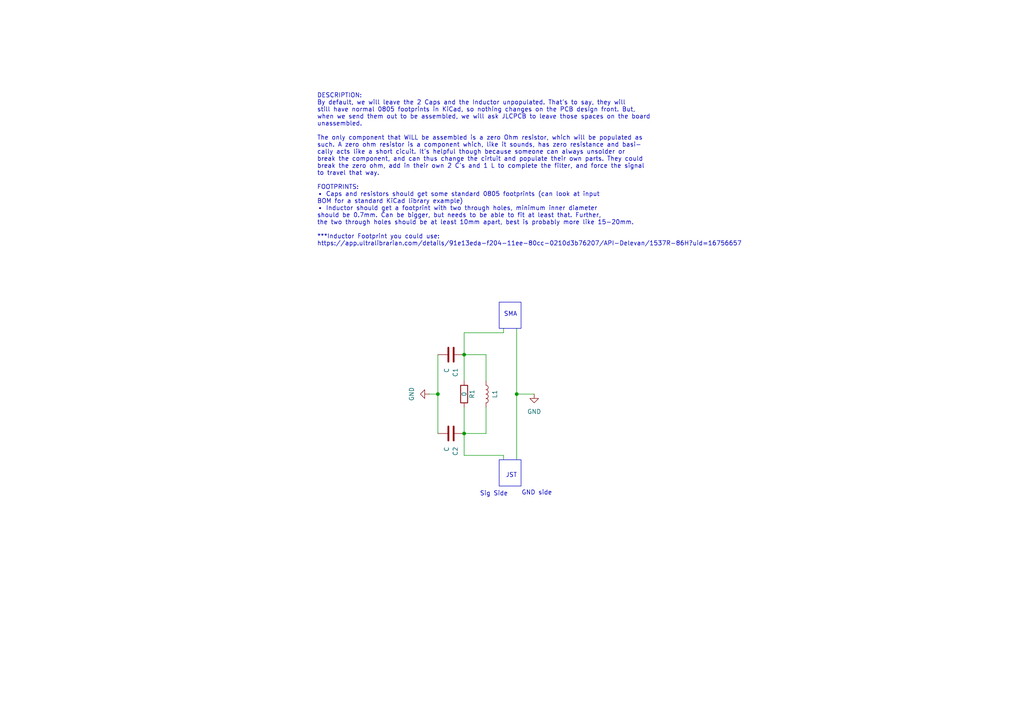
<source format=kicad_sch>
(kicad_sch (version 20231120) (generator "eeschema") (generator_version "8.0")
  (paper "A4")
  (lib_symbols
    (symbol "Device:C" (pin_numbers hide) (pin_names (offset 0.254))
      (property "Reference" "C" (at 0.635 2.54 0))
      (property "Value" "C" (at 0.635 -2.54 0))
      (symbol "C_0_1"
        (polyline (pts (xy -2.032 -0.762) (xy 2.032 -0.762)) (stroke (width 0.508)))
        (polyline (pts (xy -2.032 0.762) (xy 2.032 0.762)) (stroke (width 0.508)))
      )
      (symbol "C_1_1"
        (pin passive line (at 0 3.81 270) (length 2.794) (name "~") (number "1"))
        (pin passive line (at 0 -3.81 90) (length 2.794) (name "~") (number "2"))
      )
    )
    (symbol "Device:L" (pin_numbers hide) (pin_names (offset 1.016) hide)
      (property "Reference" "L" (at -1.27 0 90))
      (property "Value" "L" (at 1.905 0 90))
      (symbol "L_0_1"
        (arc (start 0 -2.54) (mid 0.6323 -1.905) (end 0 -1.27))
        (arc (start 0 -1.27) (mid 0.6323 -0.635) (end 0 0))
        (arc (start 0 0) (mid 0.6323 0.635) (end 0 1.27))
        (arc (start 0 1.27) (mid 0.6323 1.905) (end 0 2.54))
      )
      (symbol "L_1_1"
        (pin passive line (at 0 3.81 270) (length 1.27) (name "1") (number "1"))
        (pin passive line (at 0 -3.81 90) (length 1.27) (name "2") (number "2"))
      )
    )
    (symbol "Device:R" (pin_numbers hide) (pin_names (offset 0))
      (property "Reference" "R" (at 2.032 0 90))
      (property "Value" "R" (at 0 0 90))
      (symbol "R_0_1"
        (rectangle (start -1.016 -2.54) (end 1.016 2.54) (stroke (width 0.254)))
      )
      (symbol "R_1_1"
        (pin passive line (at 0 3.81 270) (length 1.27) (name "~") (number "1"))
        (pin passive line (at 0 -3.81 90) (length 1.27) (name "~") (number "2"))
      )
    )
    (symbol "power:GND" (power) (pin_numbers hide) (pin_names (offset 0) hide)
      (property "Value" "GND" (at 0 -3.81 0))
      (symbol "GND_0_1"
        (polyline (pts (xy 0 0) (xy 0 -1.27) (xy 1.27 -1.27) (xy 0 -2.54) (xy -1.27 -1.27) (xy 0 -1.27)))
      )
      (symbol "GND_1_1"
        (pin power_in line (at 0 0 270) (length 0) (name "~") (number "1"))
      )
    )
  )
  (junction (at 149.86 114.3))
  (junction (at 127 114.3))
  (junction (at 134.62 125.73))
  (junction (at 134.62 102.87))
  (wire (pts (xy 134.62 118.11) (xy 134.62 125.73)))
  (wire (pts (xy 140.97 125.73) (xy 134.62 125.73)))
  (wire (pts (xy 134.62 102.87) (xy 134.62 110.49)))
  (wire (pts (xy 149.86 114.3) (xy 154.94 114.3)))
  (wire (pts (xy 149.86 114.3) (xy 149.86 133.35)))
  (wire (pts (xy 149.86 95.25) (xy 149.86 114.3)))
  (wire (pts (xy 124.46 114.3) (xy 127 114.3)))
  (wire (pts (xy 127 102.87) (xy 127 114.3)))
  (wire (pts (xy 146.05 96.52) (xy 134.62 96.52)))
  (wire (pts (xy 140.97 102.87) (xy 134.62 102.87)))
  (wire (pts (xy 140.97 110.49) (xy 140.97 102.87)))
  (wire (pts (xy 127 114.3) (xy 127 125.73)))
  (wire (pts (xy 140.97 118.11) (xy 140.97 125.73)))
  (wire (pts (xy 146.05 95.25) (xy 146.05 96.52)))
  (wire (pts (xy 134.62 96.52) (xy 134.62 102.87)))
  (wire (pts (xy 146.05 132.08) (xy 146.05 133.35)))
  (wire (pts (xy 146.05 132.08) (xy 134.62 132.08)))
  (wire (pts (xy 134.62 132.08) (xy 134.62 125.73)))
  (rectangle (start 144.78 133.35) (end 151.13 140.97))
  (rectangle (start 144.78 87.63) (end 151.13 95.25))
  (text "DESCRIPTION:\nBy default, we will leave the 2 Caps and the Inductor unpopulated. That's to say, they will \nstill have normal 0805 footprints in KiCad, so nothing changes on the PCB design front. But, \nwhen we send them out to be assembled, we will ask JLCPCB to leave those spaces on the board \nunassembled. \n\nThe only component that WILL be assembled is a zero Ohm resistor, which will be populated as \nsuch. A zero ohm resistor is a component which, like it sounds, has zero resistance and basi-\ncally acts like a short cicuit. It's helpful though because someone can always unsolder or \nbreak the component, and can thus change the cirtuit and populate their own parts. They could\nbreak the zero ohm, add in their own 2 C's and 1 L to complete the filter, and force the signal \nto travel that way.\n\nFOOTPRINTS:\n• Caps and resistors should get some standard 0805 footprints (can look at input \nBOM for a standard KiCad library example)\n• Inductor should get a footprint with two through holes, minimum inner diameter\nshould be 0.7mm. Can be bigger, but needs to be able to fit at least that. Further,\nthe two through holes should be at least 10mm apart, best is probably more like 15-20mm.\n\n***Inductor Footprint you could use: \nhttps://app.ultralibrarian.com/details/91e13eda-f204-11ee-80cc-0210d3b76207/API-Delevan/1537R-86H?uid=16756657\n" (at 91.948 49.276 0) (effects (font (size 1.27 1.27)) (justify left)))
  (text "GND side" (at 155.702 143.002 0) (effects (font (size 1.27 1.27))))
  (text "SMA" (at 148.082 91.186 0) (effects (font (size 1.27 1.27))))
  (text "Sig Side" (at 143.256 143.256 0) (effects (font (size 1.27 1.27))))
  (text "JST" (at 148.336 137.922 0) (effects (font (size 1.27 1.27))))
  (symbol (lib_id "Device:R") (at 134.62 114.3 0) (unit 1)
    (property "Reference" "R1" (at 136.906 114.3 90))
    (property "Value" "0" (at 134.62 114.3 90))
    (property "Description" "Resistor" (effects (hide yes)))
  )
  (symbol (lib_id "Device:L") (at 140.97 114.3 0) (unit 1)
    (property "Reference" "L1" (at 143.51 114.3 90))
    (property "Value" "L" (effects (hide yes)))
    (property "Description" "Inductor" (effects (hide yes)))
  )
  (symbol (lib_id "Device:C") (at 130.81 125.73 270) (unit 1)
    (property "Reference" "C2" (at 132.0801 129.54 0) (effects (justify left)))
    (property "Value" "C" (at 129.5401 129.54 0) (effects (justify left)))
    (property "Description" "Unpolarized capacitor" (effects (hide yes)))
  )
  (symbol (lib_id "power:GND") (at 154.94 114.3 0) (unit 1)
    (property "Reference" "#PWR02" (effects (hide yes)))
    (property "Value" "GND" (at 154.94 119.38 0))
    (property "Description" "Power symbol creates a global label with name \"GND\" , ground" (effects (hide yes)))
  )
  (symbol (lib_id "power:GND") (at 124.46 114.3 270) (unit 1)
    (property "Reference" "#PWR01" (effects (hide yes)))
    (property "Value" "GND" (at 119.38 114.3 0))
    (property "Description" "Power symbol creates a global label with name \"GND\" , ground" (effects (hide yes)))
  )
  (symbol (lib_id "Device:C") (at 130.81 102.87 270) (unit 1)
    (property "Reference" "C1" (at 132.0801 106.68 0) (effects (justify left)))
    (property "Value" "C" (at 129.5401 106.68 0) (effects (justify left)))
    (property "Description" "Unpolarized capacitor" (effects (hide yes)))
  )
)
</source>
